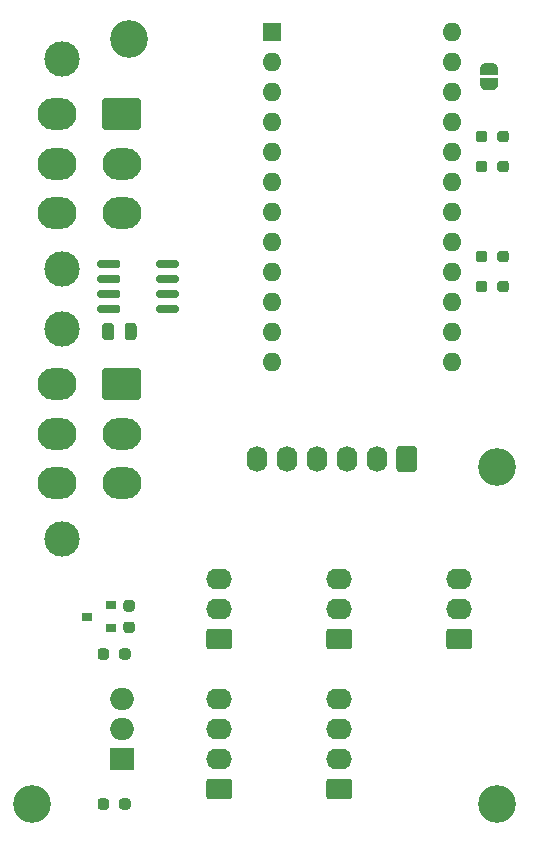
<source format=gbr>
G04 #@! TF.GenerationSoftware,KiCad,Pcbnew,(5.1.9)-1*
G04 #@! TF.CreationDate,2022-08-11T08:00:21-06:00*
G04 #@! TF.ProjectId,ddi_ampcd_controller,6464695f-616d-4706-9364-5f636f6e7472,1*
G04 #@! TF.SameCoordinates,Original*
G04 #@! TF.FileFunction,Soldermask,Top*
G04 #@! TF.FilePolarity,Negative*
%FSLAX46Y46*%
G04 Gerber Fmt 4.6, Leading zero omitted, Abs format (unit mm)*
G04 Created by KiCad (PCBNEW (5.1.9)-1) date 2022-08-11 08:00:21*
%MOMM*%
%LPD*%
G01*
G04 APERTURE LIST*
%ADD10C,3.200000*%
%ADD11O,1.600000X1.600000*%
%ADD12R,1.600000X1.600000*%
%ADD13C,0.100000*%
%ADD14C,3.000000*%
%ADD15O,3.300000X2.700000*%
%ADD16O,2.190000X1.740000*%
%ADD17O,2.000000X1.905000*%
%ADD18R,2.000000X1.905000*%
%ADD19R,0.900000X0.800000*%
%ADD20O,1.740000X2.190000*%
G04 APERTURE END LIST*
D10*
X173355000Y-121920000D03*
D11*
X169545000Y-56515000D03*
X154305000Y-84455000D03*
X169545000Y-59055000D03*
X154305000Y-81915000D03*
X169545000Y-61595000D03*
X154305000Y-79375000D03*
X169545000Y-64135000D03*
X154305000Y-76835000D03*
X169545000Y-66675000D03*
X154305000Y-74295000D03*
X169545000Y-69215000D03*
X154305000Y-71755000D03*
X169545000Y-71755000D03*
X154305000Y-69215000D03*
X169545000Y-74295000D03*
X154305000Y-66675000D03*
X169545000Y-76835000D03*
X154305000Y-64135000D03*
X169545000Y-79375000D03*
X154305000Y-61595000D03*
X169545000Y-81915000D03*
X154305000Y-59055000D03*
X169545000Y-84455000D03*
D12*
X154305000Y-56515000D03*
G36*
G01*
X141502000Y-79860000D02*
X141502000Y-80160000D01*
G75*
G02*
X141352000Y-80310000I-150000J0D01*
G01*
X139702000Y-80310000D01*
G75*
G02*
X139552000Y-80160000I0J150000D01*
G01*
X139552000Y-79860000D01*
G75*
G02*
X139702000Y-79710000I150000J0D01*
G01*
X141352000Y-79710000D01*
G75*
G02*
X141502000Y-79860000I0J-150000D01*
G01*
G37*
G36*
G01*
X141502000Y-78590000D02*
X141502000Y-78890000D01*
G75*
G02*
X141352000Y-79040000I-150000J0D01*
G01*
X139702000Y-79040000D01*
G75*
G02*
X139552000Y-78890000I0J150000D01*
G01*
X139552000Y-78590000D01*
G75*
G02*
X139702000Y-78440000I150000J0D01*
G01*
X141352000Y-78440000D01*
G75*
G02*
X141502000Y-78590000I0J-150000D01*
G01*
G37*
G36*
G01*
X141502000Y-77320000D02*
X141502000Y-77620000D01*
G75*
G02*
X141352000Y-77770000I-150000J0D01*
G01*
X139702000Y-77770000D01*
G75*
G02*
X139552000Y-77620000I0J150000D01*
G01*
X139552000Y-77320000D01*
G75*
G02*
X139702000Y-77170000I150000J0D01*
G01*
X141352000Y-77170000D01*
G75*
G02*
X141502000Y-77320000I0J-150000D01*
G01*
G37*
G36*
G01*
X141502000Y-76050000D02*
X141502000Y-76350000D01*
G75*
G02*
X141352000Y-76500000I-150000J0D01*
G01*
X139702000Y-76500000D01*
G75*
G02*
X139552000Y-76350000I0J150000D01*
G01*
X139552000Y-76050000D01*
G75*
G02*
X139702000Y-75900000I150000J0D01*
G01*
X141352000Y-75900000D01*
G75*
G02*
X141502000Y-76050000I0J-150000D01*
G01*
G37*
G36*
G01*
X146452000Y-76050000D02*
X146452000Y-76350000D01*
G75*
G02*
X146302000Y-76500000I-150000J0D01*
G01*
X144652000Y-76500000D01*
G75*
G02*
X144502000Y-76350000I0J150000D01*
G01*
X144502000Y-76050000D01*
G75*
G02*
X144652000Y-75900000I150000J0D01*
G01*
X146302000Y-75900000D01*
G75*
G02*
X146452000Y-76050000I0J-150000D01*
G01*
G37*
G36*
G01*
X146452000Y-77320000D02*
X146452000Y-77620000D01*
G75*
G02*
X146302000Y-77770000I-150000J0D01*
G01*
X144652000Y-77770000D01*
G75*
G02*
X144502000Y-77620000I0J150000D01*
G01*
X144502000Y-77320000D01*
G75*
G02*
X144652000Y-77170000I150000J0D01*
G01*
X146302000Y-77170000D01*
G75*
G02*
X146452000Y-77320000I0J-150000D01*
G01*
G37*
G36*
G01*
X146452000Y-78590000D02*
X146452000Y-78890000D01*
G75*
G02*
X146302000Y-79040000I-150000J0D01*
G01*
X144652000Y-79040000D01*
G75*
G02*
X144502000Y-78890000I0J150000D01*
G01*
X144502000Y-78590000D01*
G75*
G02*
X144652000Y-78440000I150000J0D01*
G01*
X146302000Y-78440000D01*
G75*
G02*
X146452000Y-78590000I0J-150000D01*
G01*
G37*
G36*
G01*
X146452000Y-79860000D02*
X146452000Y-80160000D01*
G75*
G02*
X146302000Y-80310000I-150000J0D01*
G01*
X144652000Y-80310000D01*
G75*
G02*
X144502000Y-80160000I0J150000D01*
G01*
X144502000Y-79860000D01*
G75*
G02*
X144652000Y-79710000I150000J0D01*
G01*
X146302000Y-79710000D01*
G75*
G02*
X146452000Y-79860000I0J-150000D01*
G01*
G37*
D13*
G36*
X173469398Y-60975000D02*
G01*
X173469398Y-60999534D01*
X173464588Y-61048365D01*
X173455016Y-61096490D01*
X173440772Y-61143445D01*
X173421995Y-61188778D01*
X173398864Y-61232051D01*
X173371604Y-61272850D01*
X173340476Y-61310779D01*
X173305779Y-61345476D01*
X173267850Y-61376604D01*
X173227051Y-61403864D01*
X173183778Y-61426995D01*
X173138445Y-61445772D01*
X173091490Y-61460016D01*
X173043365Y-61469588D01*
X172994534Y-61474398D01*
X172970000Y-61474398D01*
X172970000Y-61475000D01*
X172470000Y-61475000D01*
X172470000Y-61474398D01*
X172445466Y-61474398D01*
X172396635Y-61469588D01*
X172348510Y-61460016D01*
X172301555Y-61445772D01*
X172256222Y-61426995D01*
X172212949Y-61403864D01*
X172172150Y-61376604D01*
X172134221Y-61345476D01*
X172099524Y-61310779D01*
X172068396Y-61272850D01*
X172041136Y-61232051D01*
X172018005Y-61188778D01*
X171999228Y-61143445D01*
X171984984Y-61096490D01*
X171975412Y-61048365D01*
X171970602Y-60999534D01*
X171970602Y-60975000D01*
X171970000Y-60975000D01*
X171970000Y-60475000D01*
X173470000Y-60475000D01*
X173470000Y-60975000D01*
X173469398Y-60975000D01*
G37*
G36*
X171970000Y-60175000D02*
G01*
X171970000Y-59675000D01*
X171970602Y-59675000D01*
X171970602Y-59650466D01*
X171975412Y-59601635D01*
X171984984Y-59553510D01*
X171999228Y-59506555D01*
X172018005Y-59461222D01*
X172041136Y-59417949D01*
X172068396Y-59377150D01*
X172099524Y-59339221D01*
X172134221Y-59304524D01*
X172172150Y-59273396D01*
X172212949Y-59246136D01*
X172256222Y-59223005D01*
X172301555Y-59204228D01*
X172348510Y-59189984D01*
X172396635Y-59180412D01*
X172445466Y-59175602D01*
X172470000Y-59175602D01*
X172470000Y-59175000D01*
X172970000Y-59175000D01*
X172970000Y-59175602D01*
X172994534Y-59175602D01*
X173043365Y-59180412D01*
X173091490Y-59189984D01*
X173138445Y-59204228D01*
X173183778Y-59223005D01*
X173227051Y-59246136D01*
X173267850Y-59273396D01*
X173305779Y-59304524D01*
X173340476Y-59339221D01*
X173371604Y-59377150D01*
X173398864Y-59417949D01*
X173421995Y-59461222D01*
X173440772Y-59506555D01*
X173455016Y-59553510D01*
X173464588Y-59601635D01*
X173469398Y-59650466D01*
X173469398Y-59675000D01*
X173470000Y-59675000D01*
X173470000Y-60175000D01*
X171970000Y-60175000D01*
G37*
D14*
X136565000Y-99460000D03*
X136565000Y-81660000D03*
D15*
X136105000Y-94760000D03*
X136105000Y-90560000D03*
X136105000Y-86360000D03*
X141605000Y-94760000D03*
X141605000Y-90560000D03*
G36*
G01*
X140205001Y-85010000D02*
X143004999Y-85010000D01*
G75*
G02*
X143255000Y-85260001I0J-250001D01*
G01*
X143255000Y-87459999D01*
G75*
G02*
X143004999Y-87710000I-250001J0D01*
G01*
X140205001Y-87710000D01*
G75*
G02*
X139955000Y-87459999I0J250001D01*
G01*
X139955000Y-85260001D01*
G75*
G02*
X140205001Y-85010000I250001J0D01*
G01*
G37*
D14*
X136565000Y-76600000D03*
X136565000Y-58800000D03*
D15*
X136105000Y-71900000D03*
X136105000Y-67700000D03*
X136105000Y-63500000D03*
X141605000Y-71900000D03*
X141605000Y-67700000D03*
G36*
G01*
X140205001Y-62150000D02*
X143004999Y-62150000D01*
G75*
G02*
X143255000Y-62400001I0J-250001D01*
G01*
X143255000Y-64599999D01*
G75*
G02*
X143004999Y-64850000I-250001J0D01*
G01*
X140205001Y-64850000D01*
G75*
G02*
X139955000Y-64599999I0J250001D01*
G01*
X139955000Y-62400001D01*
G75*
G02*
X140205001Y-62150000I250001J0D01*
G01*
G37*
D10*
X133985000Y-121920000D03*
X173355000Y-93345000D03*
X142240000Y-57150000D03*
G36*
G01*
X141867000Y-82390000D02*
X141867000Y-81440000D01*
G75*
G02*
X142117000Y-81190000I250000J0D01*
G01*
X142617000Y-81190000D01*
G75*
G02*
X142867000Y-81440000I0J-250000D01*
G01*
X142867000Y-82390000D01*
G75*
G02*
X142617000Y-82640000I-250000J0D01*
G01*
X142117000Y-82640000D01*
G75*
G02*
X141867000Y-82390000I0J250000D01*
G01*
G37*
G36*
G01*
X139967000Y-82390000D02*
X139967000Y-81440000D01*
G75*
G02*
X140217000Y-81190000I250000J0D01*
G01*
X140717000Y-81190000D01*
G75*
G02*
X140967000Y-81440000I0J-250000D01*
G01*
X140967000Y-82390000D01*
G75*
G02*
X140717000Y-82640000I-250000J0D01*
G01*
X140217000Y-82640000D01*
G75*
G02*
X139967000Y-82390000I0J250000D01*
G01*
G37*
D16*
X149860000Y-102870000D03*
X149860000Y-105410000D03*
G36*
G01*
X150705001Y-108820000D02*
X149014999Y-108820000D01*
G75*
G02*
X148765000Y-108570001I0J249999D01*
G01*
X148765000Y-107329999D01*
G75*
G02*
X149014999Y-107080000I249999J0D01*
G01*
X150705001Y-107080000D01*
G75*
G02*
X150955000Y-107329999I0J-249999D01*
G01*
X150955000Y-108570001D01*
G75*
G02*
X150705001Y-108820000I-249999J0D01*
G01*
G37*
X160020000Y-113030000D03*
X160020000Y-115570000D03*
X160020000Y-118110000D03*
G36*
G01*
X160865001Y-121520000D02*
X159174999Y-121520000D01*
G75*
G02*
X158925000Y-121270001I0J249999D01*
G01*
X158925000Y-120029999D01*
G75*
G02*
X159174999Y-119780000I249999J0D01*
G01*
X160865001Y-119780000D01*
G75*
G02*
X161115000Y-120029999I0J-249999D01*
G01*
X161115000Y-121270001D01*
G75*
G02*
X160865001Y-121520000I-249999J0D01*
G01*
G37*
X149860000Y-113030000D03*
X149860000Y-115570000D03*
X149860000Y-118110000D03*
G36*
G01*
X150705001Y-121520000D02*
X149014999Y-121520000D01*
G75*
G02*
X148765000Y-121270001I0J249999D01*
G01*
X148765000Y-120029999D01*
G75*
G02*
X149014999Y-119780000I249999J0D01*
G01*
X150705001Y-119780000D01*
G75*
G02*
X150955000Y-120029999I0J-249999D01*
G01*
X150955000Y-121270001D01*
G75*
G02*
X150705001Y-121520000I-249999J0D01*
G01*
G37*
D17*
X141605000Y-113030000D03*
X141605000Y-115570000D03*
D18*
X141605000Y-118110000D03*
G36*
G01*
X172572500Y-67707500D02*
X172572500Y-68182500D01*
G75*
G02*
X172335000Y-68420000I-237500J0D01*
G01*
X171835000Y-68420000D01*
G75*
G02*
X171597500Y-68182500I0J237500D01*
G01*
X171597500Y-67707500D01*
G75*
G02*
X171835000Y-67470000I237500J0D01*
G01*
X172335000Y-67470000D01*
G75*
G02*
X172572500Y-67707500I0J-237500D01*
G01*
G37*
G36*
G01*
X174397500Y-67707500D02*
X174397500Y-68182500D01*
G75*
G02*
X174160000Y-68420000I-237500J0D01*
G01*
X173660000Y-68420000D01*
G75*
G02*
X173422500Y-68182500I0J237500D01*
G01*
X173422500Y-67707500D01*
G75*
G02*
X173660000Y-67470000I237500J0D01*
G01*
X174160000Y-67470000D01*
G75*
G02*
X174397500Y-67707500I0J-237500D01*
G01*
G37*
G36*
G01*
X142477500Y-105620000D02*
X142002500Y-105620000D01*
G75*
G02*
X141765000Y-105382500I0J237500D01*
G01*
X141765000Y-104882500D01*
G75*
G02*
X142002500Y-104645000I237500J0D01*
G01*
X142477500Y-104645000D01*
G75*
G02*
X142715000Y-104882500I0J-237500D01*
G01*
X142715000Y-105382500D01*
G75*
G02*
X142477500Y-105620000I-237500J0D01*
G01*
G37*
G36*
G01*
X142477500Y-107445000D02*
X142002500Y-107445000D01*
G75*
G02*
X141765000Y-107207500I0J237500D01*
G01*
X141765000Y-106707500D01*
G75*
G02*
X142002500Y-106470000I237500J0D01*
G01*
X142477500Y-106470000D01*
G75*
G02*
X142715000Y-106707500I0J-237500D01*
G01*
X142715000Y-107207500D01*
G75*
G02*
X142477500Y-107445000I-237500J0D01*
G01*
G37*
G36*
G01*
X141395000Y-109457500D02*
X141395000Y-108982500D01*
G75*
G02*
X141632500Y-108745000I237500J0D01*
G01*
X142132500Y-108745000D01*
G75*
G02*
X142370000Y-108982500I0J-237500D01*
G01*
X142370000Y-109457500D01*
G75*
G02*
X142132500Y-109695000I-237500J0D01*
G01*
X141632500Y-109695000D01*
G75*
G02*
X141395000Y-109457500I0J237500D01*
G01*
G37*
G36*
G01*
X139570000Y-109457500D02*
X139570000Y-108982500D01*
G75*
G02*
X139807500Y-108745000I237500J0D01*
G01*
X140307500Y-108745000D01*
G75*
G02*
X140545000Y-108982500I0J-237500D01*
G01*
X140545000Y-109457500D01*
G75*
G02*
X140307500Y-109695000I-237500J0D01*
G01*
X139807500Y-109695000D01*
G75*
G02*
X139570000Y-109457500I0J237500D01*
G01*
G37*
G36*
G01*
X140545000Y-121682500D02*
X140545000Y-122157500D01*
G75*
G02*
X140307500Y-122395000I-237500J0D01*
G01*
X139807500Y-122395000D01*
G75*
G02*
X139570000Y-122157500I0J237500D01*
G01*
X139570000Y-121682500D01*
G75*
G02*
X139807500Y-121445000I237500J0D01*
G01*
X140307500Y-121445000D01*
G75*
G02*
X140545000Y-121682500I0J-237500D01*
G01*
G37*
G36*
G01*
X142370000Y-121682500D02*
X142370000Y-122157500D01*
G75*
G02*
X142132500Y-122395000I-237500J0D01*
G01*
X141632500Y-122395000D01*
G75*
G02*
X141395000Y-122157500I0J237500D01*
G01*
X141395000Y-121682500D01*
G75*
G02*
X141632500Y-121445000I237500J0D01*
G01*
X142132500Y-121445000D01*
G75*
G02*
X142370000Y-121682500I0J-237500D01*
G01*
G37*
D19*
X138700000Y-106045000D03*
X140700000Y-105095000D03*
X140700000Y-106995000D03*
G36*
G01*
X172572500Y-77867500D02*
X172572500Y-78342500D01*
G75*
G02*
X172335000Y-78580000I-237500J0D01*
G01*
X171835000Y-78580000D01*
G75*
G02*
X171597500Y-78342500I0J237500D01*
G01*
X171597500Y-77867500D01*
G75*
G02*
X171835000Y-77630000I237500J0D01*
G01*
X172335000Y-77630000D01*
G75*
G02*
X172572500Y-77867500I0J-237500D01*
G01*
G37*
G36*
G01*
X174397500Y-77867500D02*
X174397500Y-78342500D01*
G75*
G02*
X174160000Y-78580000I-237500J0D01*
G01*
X173660000Y-78580000D01*
G75*
G02*
X173422500Y-78342500I0J237500D01*
G01*
X173422500Y-77867500D01*
G75*
G02*
X173660000Y-77630000I237500J0D01*
G01*
X174160000Y-77630000D01*
G75*
G02*
X174397500Y-77867500I0J-237500D01*
G01*
G37*
G36*
G01*
X173422500Y-75802500D02*
X173422500Y-75327500D01*
G75*
G02*
X173660000Y-75090000I237500J0D01*
G01*
X174160000Y-75090000D01*
G75*
G02*
X174397500Y-75327500I0J-237500D01*
G01*
X174397500Y-75802500D01*
G75*
G02*
X174160000Y-76040000I-237500J0D01*
G01*
X173660000Y-76040000D01*
G75*
G02*
X173422500Y-75802500I0J237500D01*
G01*
G37*
G36*
G01*
X171597500Y-75802500D02*
X171597500Y-75327500D01*
G75*
G02*
X171835000Y-75090000I237500J0D01*
G01*
X172335000Y-75090000D01*
G75*
G02*
X172572500Y-75327500I0J-237500D01*
G01*
X172572500Y-75802500D01*
G75*
G02*
X172335000Y-76040000I-237500J0D01*
G01*
X171835000Y-76040000D01*
G75*
G02*
X171597500Y-75802500I0J237500D01*
G01*
G37*
G36*
G01*
X173422500Y-65642500D02*
X173422500Y-65167500D01*
G75*
G02*
X173660000Y-64930000I237500J0D01*
G01*
X174160000Y-64930000D01*
G75*
G02*
X174397500Y-65167500I0J-237500D01*
G01*
X174397500Y-65642500D01*
G75*
G02*
X174160000Y-65880000I-237500J0D01*
G01*
X173660000Y-65880000D01*
G75*
G02*
X173422500Y-65642500I0J237500D01*
G01*
G37*
G36*
G01*
X171597500Y-65642500D02*
X171597500Y-65167500D01*
G75*
G02*
X171835000Y-64930000I237500J0D01*
G01*
X172335000Y-64930000D01*
G75*
G02*
X172572500Y-65167500I0J-237500D01*
G01*
X172572500Y-65642500D01*
G75*
G02*
X172335000Y-65880000I-237500J0D01*
G01*
X171835000Y-65880000D01*
G75*
G02*
X171597500Y-65642500I0J237500D01*
G01*
G37*
D16*
X170180000Y-102870000D03*
X170180000Y-105410000D03*
G36*
G01*
X171025001Y-108820000D02*
X169334999Y-108820000D01*
G75*
G02*
X169085000Y-108570001I0J249999D01*
G01*
X169085000Y-107329999D01*
G75*
G02*
X169334999Y-107080000I249999J0D01*
G01*
X171025001Y-107080000D01*
G75*
G02*
X171275000Y-107329999I0J-249999D01*
G01*
X171275000Y-108570001D01*
G75*
G02*
X171025001Y-108820000I-249999J0D01*
G01*
G37*
X160020000Y-102870000D03*
X160020000Y-105410000D03*
G36*
G01*
X160865001Y-108820000D02*
X159174999Y-108820000D01*
G75*
G02*
X158925000Y-108570001I0J249999D01*
G01*
X158925000Y-107329999D01*
G75*
G02*
X159174999Y-107080000I249999J0D01*
G01*
X160865001Y-107080000D01*
G75*
G02*
X161115000Y-107329999I0J-249999D01*
G01*
X161115000Y-108570001D01*
G75*
G02*
X160865001Y-108820000I-249999J0D01*
G01*
G37*
D20*
X153035000Y-92710000D03*
X155575000Y-92710000D03*
X158115000Y-92710000D03*
X160655000Y-92710000D03*
X163195000Y-92710000D03*
G36*
G01*
X166605000Y-91864999D02*
X166605000Y-93555001D01*
G75*
G02*
X166355001Y-93805000I-249999J0D01*
G01*
X165114999Y-93805000D01*
G75*
G02*
X164865000Y-93555001I0J249999D01*
G01*
X164865000Y-91864999D01*
G75*
G02*
X165114999Y-91615000I249999J0D01*
G01*
X166355001Y-91615000D01*
G75*
G02*
X166605000Y-91864999I0J-249999D01*
G01*
G37*
M02*

</source>
